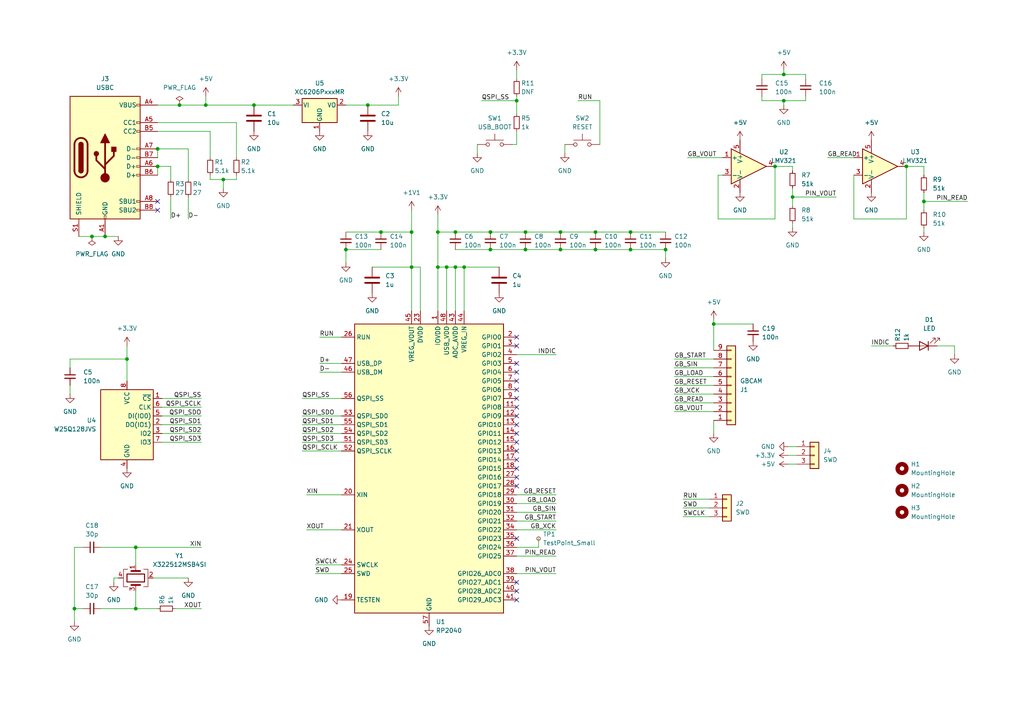
<source format=kicad_sch>
(kicad_sch (version 20230121) (generator eeschema)
  (paper "A4")
  (lib_symbols
    (symbol "Amplifier_Operational:LMV321" (pin_names (offset 0.127))
      (property "Reference" "U" (at 0 5.08 0))
      (property "Value" "LMV321" (at 0 -5.08 0))
      (symbol "LMV321_0_1"
        (polyline (pts (xy -5.08 5.08) (xy 5.08 0) (xy -5.08 -5.08) (xy -5.08 5.08)) (stroke (width 0.254)) (fill (type background)))
        (pin power_in line (at -2.54 -7.62 90) (length 3.81) (name "V-") (number "2"))
        (pin power_in line (at -2.54 7.62 270) (length 3.81) (name "V+") (number "5"))
      )
      (symbol "LMV321_1_1"
        (pin input line (at -7.62 2.54 0) (length 2.54) (name "+") (number "1"))
        (pin input line (at -7.62 -2.54 0) (length 2.54) (name "-") (number "3"))
        (pin output line (at 7.62 0 180) (length 2.54) (name "~") (number "4"))
      )
    )
    (symbol "Connector:TestPoint_Small" (pin_numbers hide) (pin_names (offset 0.762) hide)
      (property "Reference" "TP" (at 0 3.81 0))
      (property "Value" "TestPoint_Small" (at 0 2.032 0))
      (symbol "TestPoint_Small_0_1"
        (circle (center 0 0) (radius 0.508))
      )
      (symbol "TestPoint_Small_1_1"
        (pin passive line (at 0 0 90) (length 0) (name "1") (number "1"))
      )
    )
    (symbol "Connector:USB_C_Receptacle_USB2.0" (pin_names (offset 1.016))
      (property "Reference" "J" (at -10.16 19.05 0))
      (property "Value" "USB_C_Receptacle_USB2.0" (at 19.05 19.05 0))
      (symbol "USB_C_Receptacle_USB2.0_0_0"
        (rectangle (start -0.254 -17.78) (end 0.254 -16.764))
        (rectangle (start 10.16 -14.986) (end 9.144 -15.494))
        (rectangle (start 10.16 -12.446) (end 9.144 -12.954))
        (rectangle (start 10.16 -4.826) (end 9.144 -5.334))
        (rectangle (start 10.16 -2.286) (end 9.144 -2.794))
        (rectangle (start 10.16 0.254) (end 9.144 -0.254))
        (rectangle (start 10.16 2.794) (end 9.144 2.286))
        (rectangle (start 10.16 7.874) (end 9.144 7.366))
        (rectangle (start 10.16 10.414) (end 9.144 9.906))
        (rectangle (start 10.16 15.494) (end 9.144 14.986))
      )
      (symbol "USB_C_Receptacle_USB2.0_0_1"
        (rectangle (start -10.16 17.78) (end 10.16 -17.78) (stroke (width 0.254)) (fill (type background)))
        (arc (start -8.89 -3.81) (mid -6.985 -5.7067) (end -5.08 -3.81) (stroke (width 0.508)))
        (arc (start -7.62 -3.81) (mid -6.985 -4.4423) (end -6.35 -3.81) (stroke (width 0.254)))
        (arc (start -7.62 -3.81) (mid -6.985 -4.4423) (end -6.35 -3.81) (stroke (width 0.254)) (fill (type outline)))
        (rectangle (start -7.62 -3.81) (end -6.35 3.81) (stroke (width 0.254)) (fill (type outline)))
        (arc (start -6.35 3.81) (mid -6.985 4.4423) (end -7.62 3.81) (stroke (width 0.254)))
        (arc (start -6.35 3.81) (mid -6.985 4.4423) (end -7.62 3.81) (stroke (width 0.254)) (fill (type outline)))
        (arc (start -5.08 3.81) (mid -6.985 5.7067) (end -8.89 3.81) (stroke (width 0.508)))
        (circle (center -2.54 1.143) (radius 0.635) (stroke (width 0.254)) (fill (type outline)))
        (circle (center 0 -5.842) (radius 1.27) (fill (type outline)))
        (polyline (pts (xy -8.89 -3.81) (xy -8.89 3.81)) (stroke (width 0.508)))
        (polyline (pts (xy -5.08 3.81) (xy -5.08 -3.81)) (stroke (width 0.508)))
        (polyline (pts (xy 0 -5.842) (xy 0 4.318)) (stroke (width 0.508)))
        (polyline (pts (xy 0 -3.302) (xy -2.54 -0.762) (xy -2.54 0.508)) (stroke (width 0.508)))
        (polyline (pts (xy 0 -2.032) (xy 2.54 0.508) (xy 2.54 1.778)) (stroke (width 0.508)))
        (polyline (pts (xy -1.27 4.318) (xy 0 6.858) (xy 1.27 4.318) (xy -1.27 4.318)) (stroke (width 0.254)) (fill (type outline)))
        (rectangle (start 1.905 1.778) (end 3.175 3.048) (stroke (width 0.254)) (fill (type outline)))
      )
      (symbol "USB_C_Receptacle_USB2.0_1_1"
        (pin passive line (at 0 -22.86 90) (length 5.08) (name "GND") (number "A1"))
        (pin passive line (at 0 -22.86 90) (length 5.08) hide (name "GND") (number "A12"))
        (pin passive line (at 15.24 15.24 180) (length 5.08) (name "VBUS") (number "A4"))
        (pin bidirectional line (at 15.24 10.16 180) (length 5.08) (name "CC1") (number "A5"))
        (pin bidirectional line (at 15.24 -2.54 180) (length 5.08) (name "D+") (number "A6"))
        (pin bidirectional line (at 15.24 2.54 180) (length 5.08) (name "D-") (number "A7"))
        (pin bidirectional line (at 15.24 -12.7 180) (length 5.08) (name "SBU1") (number "A8"))
        (pin passive line (at 15.24 15.24 180) (length 5.08) hide (name "VBUS") (number "A9"))
        (pin passive line (at 0 -22.86 90) (length 5.08) hide (name "GND") (number "B1"))
        (pin passive line (at 0 -22.86 90) (length 5.08) hide (name "GND") (number "B12"))
        (pin passive line (at 15.24 15.24 180) (length 5.08) hide (name "VBUS") (number "B4"))
        (pin bidirectional line (at 15.24 7.62 180) (length 5.08) (name "CC2") (number "B5"))
        (pin bidirectional line (at 15.24 -5.08 180) (length 5.08) (name "D+") (number "B6"))
        (pin bidirectional line (at 15.24 0 180) (length 5.08) (name "D-") (number "B7"))
        (pin bidirectional line (at 15.24 -15.24 180) (length 5.08) (name "SBU2") (number "B8"))
        (pin passive line (at 15.24 15.24 180) (length 5.08) hide (name "VBUS") (number "B9"))
        (pin passive line (at -7.62 -22.86 90) (length 5.08) (name "SHIELD") (number "S1"))
      )
    )
    (symbol "Connector_Generic:Conn_01x03" (pin_names (offset 1.016) hide)
      (property "Reference" "J" (at 0 5.08 0))
      (property "Value" "Conn_01x03" (at 0 -5.08 0))
      (symbol "Conn_01x03_1_1"
        (rectangle (start -1.27 -2.413) (end 0 -2.667) (stroke (width 0.1524)))
        (rectangle (start -1.27 0.127) (end 0 -0.127) (stroke (width 0.1524)))
        (rectangle (start -1.27 2.667) (end 0 2.413) (stroke (width 0.1524)))
        (rectangle (start -1.27 3.81) (end 1.27 -3.81) (stroke (width 0.254)) (fill (type background)))
        (pin passive line (at -5.08 2.54 0) (length 3.81) (name "Pin_1") (number "1"))
        (pin passive line (at -5.08 0 0) (length 3.81) (name "Pin_2") (number "2"))
        (pin passive line (at -5.08 -2.54 0) (length 3.81) (name "Pin_3") (number "3"))
      )
    )
    (symbol "Connector_Generic:Conn_01x09" (pin_names (offset 1.016) hide)
      (property "Reference" "J" (at 0 12.7 0))
      (property "Value" "Conn_01x09" (at 0 -12.7 0))
      (symbol "Conn_01x09_1_1"
        (rectangle (start -1.27 -10.033) (end 0 -10.287) (stroke (width 0.1524)))
        (rectangle (start -1.27 -7.493) (end 0 -7.747) (stroke (width 0.1524)))
        (rectangle (start -1.27 -4.953) (end 0 -5.207) (stroke (width 0.1524)))
        (rectangle (start -1.27 -2.413) (end 0 -2.667) (stroke (width 0.1524)))
        (rectangle (start -1.27 0.127) (end 0 -0.127) (stroke (width 0.1524)))
        (rectangle (start -1.27 2.667) (end 0 2.413) (stroke (width 0.1524)))
        (rectangle (start -1.27 5.207) (end 0 4.953) (stroke (width 0.1524)))
        (rectangle (start -1.27 7.747) (end 0 7.493) (stroke (width 0.1524)))
        (rectangle (start -1.27 10.287) (end 0 10.033) (stroke (width 0.1524)))
        (rectangle (start -1.27 11.43) (end 1.27 -11.43) (stroke (width 0.254)) (fill (type background)))
        (pin passive line (at -5.08 10.16 0) (length 3.81) (name "Pin_1") (number "1"))
        (pin passive line (at -5.08 7.62 0) (length 3.81) (name "Pin_2") (number "2"))
        (pin passive line (at -5.08 5.08 0) (length 3.81) (name "Pin_3") (number "3"))
        (pin passive line (at -5.08 2.54 0) (length 3.81) (name "Pin_4") (number "4"))
        (pin passive line (at -5.08 0 0) (length 3.81) (name "Pin_5") (number "5"))
        (pin passive line (at -5.08 -2.54 0) (length 3.81) (name "Pin_6") (number "6"))
        (pin passive line (at -5.08 -5.08 0) (length 3.81) (name "Pin_7") (number "7"))
        (pin passive line (at -5.08 -7.62 0) (length 3.81) (name "Pin_8") (number "8"))
        (pin passive line (at -5.08 -10.16 0) (length 3.81) (name "Pin_9") (number "9"))
      )
    )
    (symbol "Device:C" (pin_numbers hide) (pin_names (offset 0.254))
      (property "Reference" "C" (at 0.635 2.54 0))
      (property "Value" "C" (at 0.635 -2.54 0))
      (symbol "C_0_1"
        (polyline (pts (xy -2.032 -0.762) (xy 2.032 -0.762)) (stroke (width 0.508)))
        (polyline (pts (xy -2.032 0.762) (xy 2.032 0.762)) (stroke (width 0.508)))
      )
      (symbol "C_1_1"
        (pin passive line (at 0 3.81 270) (length 2.794) (name "~") (number "1"))
        (pin passive line (at 0 -3.81 90) (length 2.794) (name "~") (number "2"))
      )
    )
    (symbol "Device:C_Small" (pin_numbers hide) (pin_names (offset 0.254) hide)
      (property "Reference" "C" (at 0.254 1.778 0))
      (property "Value" "C_Small" (at 0.254 -2.032 0))
      (symbol "C_Small_0_1"
        (polyline (pts (xy -1.524 -0.508) (xy 1.524 -0.508)) (stroke (width 0.3302)))
        (polyline (pts (xy -1.524 0.508) (xy 1.524 0.508)) (stroke (width 0.3048)))
      )
      (symbol "C_Small_1_1"
        (pin passive line (at 0 2.54 270) (length 2.032) (name "~") (number "1"))
        (pin passive line (at 0 -2.54 90) (length 2.032) (name "~") (number "2"))
      )
    )
    (symbol "Device:Crystal_GND24" (pin_names (offset 1.016) hide)
      (property "Reference" "Y" (at 3.175 5.08 0))
      (property "Value" "Crystal_GND24" (at 3.175 3.175 0))
      (symbol "Crystal_GND24_0_1"
        (rectangle (start -1.143 2.54) (end 1.143 -2.54) (stroke (width 0.3048)))
        (polyline (pts (xy -2.54 0) (xy -2.032 0)))
        (polyline (pts (xy -2.032 -1.27) (xy -2.032 1.27)) (stroke (width 0.508)))
        (polyline (pts (xy 0 -3.81) (xy 0 -3.556)))
        (polyline (pts (xy 0 3.556) (xy 0 3.81)))
        (polyline (pts (xy 2.032 -1.27) (xy 2.032 1.27)) (stroke (width 0.508)))
        (polyline (pts (xy 2.032 0) (xy 2.54 0)))
        (polyline (pts (xy -2.54 -2.286) (xy -2.54 -3.556) (xy 2.54 -3.556) (xy 2.54 -2.286)))
        (polyline (pts (xy -2.54 2.286) (xy -2.54 3.556) (xy 2.54 3.556) (xy 2.54 2.286)))
      )
      (symbol "Crystal_GND24_1_1"
        (pin passive line (at -3.81 0 0) (length 1.27) (name "1") (number "1"))
        (pin passive line (at 0 5.08 270) (length 1.27) (name "2") (number "2"))
        (pin passive line (at 3.81 0 180) (length 1.27) (name "3") (number "3"))
        (pin passive line (at 0 -5.08 90) (length 1.27) (name "4") (number "4"))
      )
    )
    (symbol "Device:LED" (pin_numbers hide) (pin_names (offset 1.016) hide)
      (property "Reference" "D" (at 0 2.54 0))
      (property "Value" "LED" (at 0 -2.54 0))
      (symbol "LED_0_1"
        (polyline (pts (xy -1.27 -1.27) (xy -1.27 1.27)) (stroke (width 0.254)))
        (polyline (pts (xy -1.27 0) (xy 1.27 0)))
        (polyline (pts (xy 1.27 -1.27) (xy 1.27 1.27) (xy -1.27 0) (xy 1.27 -1.27)) (stroke (width 0.254)))
        (polyline (pts (xy -3.048 -0.762) (xy -4.572 -2.286) (xy -3.81 -2.286) (xy -4.572 -2.286) (xy -4.572 -1.524)))
        (polyline (pts (xy -1.778 -0.762) (xy -3.302 -2.286) (xy -2.54 -2.286) (xy -3.302 -2.286) (xy -3.302 -1.524)))
      )
      (symbol "LED_1_1"
        (pin passive line (at -3.81 0 0) (length 2.54) (name "K") (number "1"))
        (pin passive line (at 3.81 0 180) (length 2.54) (name "A") (number "2"))
      )
    )
    (symbol "Device:R_Small" (pin_numbers hide) (pin_names (offset 0.254) hide)
      (property "Reference" "R" (at 0.762 0.508 0))
      (property "Value" "R_Small" (at 0.762 -1.016 0))
      (symbol "R_Small_0_1"
        (rectangle (start -0.762 1.778) (end 0.762 -1.778) (stroke (width 0.2032)))
      )
      (symbol "R_Small_1_1"
        (pin passive line (at 0 2.54 270) (length 0.762) (name "~") (number "1"))
        (pin passive line (at 0 -2.54 90) (length 0.762) (name "~") (number "2"))
      )
    )
    (symbol "MCU_RaspberryPi:RP2040"
      (property "Reference" "U" (at 17.78 45.72 0))
      (property "Value" "RP2040" (at 17.78 43.18 0))
      (symbol "RP2040_0_1"
        (rectangle (start -21.59 41.91) (end 21.59 -41.91) (stroke (width 0.254)) (fill (type background)))
      )
      (symbol "RP2040_1_1"
        (pin power_in line (at 2.54 45.72 270) (length 3.81) (name "IOVDD") (number "1"))
        (pin passive line (at 2.54 45.72 270) (length 3.81) hide (name "IOVDD") (number "10"))
        (pin bidirectional line (at 25.4 17.78 180) (length 3.81) (name "GPIO8") (number "11"))
        (pin bidirectional line (at 25.4 15.24 180) (length 3.81) (name "GPIO9") (number "12"))
        (pin bidirectional line (at 25.4 12.7 180) (length 3.81) (name "GPIO10") (number "13"))
        (pin bidirectional line (at 25.4 10.16 180) (length 3.81) (name "GPIO11") (number "14"))
        (pin bidirectional line (at 25.4 7.62 180) (length 3.81) (name "GPIO12") (number "15"))
        (pin bidirectional line (at 25.4 5.08 180) (length 3.81) (name "GPIO13") (number "16"))
        (pin bidirectional line (at 25.4 2.54 180) (length 3.81) (name "GPIO14") (number "17"))
        (pin bidirectional line (at 25.4 0 180) (length 3.81) (name "GPIO15") (number "18"))
        (pin input line (at -25.4 -38.1 0) (length 3.81) (name "TESTEN") (number "19"))
        (pin bidirectional line (at 25.4 38.1 180) (length 3.81) (name "GPIO0") (number "2"))
        (pin input line (at -25.4 -7.62 0) (length 3.81) (name "XIN") (number "20"))
        (pin passive line (at -25.4 -17.78 0) (length 3.81) (name "XOUT") (number "21"))
        (pin passive line (at 2.54 45.72 270) (length 3.81) hide (name "IOVDD") (number "22"))
        (pin power_in line (at -2.54 45.72 270) (length 3.81) (name "DVDD") (number "23"))
        (pin input line (at -25.4 -27.94 0) (length 3.81) (name "SWCLK") (number "24"))
        (pin bidirectional line (at -25.4 -30.48 0) (length 3.81) (name "SWD") (number "25"))
        (pin input line (at -25.4 38.1 0) (length 3.81) (name "RUN") (number "26"))
        (pin bidirectional line (at 25.4 -2.54 180) (length 3.81) (name "GPIO16") (number "27"))
        (pin bidirectional line (at 25.4 -5.08 180) (length 3.81) (name "GPIO17") (number "28"))
        (pin bidirectional line (at 25.4 -7.62 180) (length 3.81) (name "GPIO18") (number "29"))
        (pin bidirectional line (at 25.4 35.56 180) (length 3.81) (name "GPIO1") (number "3"))
        (pin bidirectional line (at 25.4 -10.16 180) (length 3.81) (name "GPIO19") (number "30"))
        (pin bidirectional line (at 25.4 -12.7 180) (length 3.81) (name "GPIO20") (number "31"))
        (pin bidirectional line (at 25.4 -15.24 180) (length 3.81) (name "GPIO21") (number "32"))
        (pin passive line (at 2.54 45.72 270) (length 3.81) hide (name "IOVDD") (number "33"))
        (pin bidirectional line (at 25.4 -17.78 180) (length 3.81) (name "GPIO22") (number "34"))
        (pin bidirectional line (at 25.4 -20.32 180) (length 3.81) (name "GPIO23") (number "35"))
        (pin bidirectional line (at 25.4 -22.86 180) (length 3.81) (name "GPIO24") (number "36"))
        (pin bidirectional line (at 25.4 -25.4 180) (length 3.81) (name "GPIO25") (number "37"))
        (pin bidirectional line (at 25.4 -30.48 180) (length 3.81) (name "GPIO26_ADC0") (number "38"))
        (pin bidirectional line (at 25.4 -33.02 180) (length 3.81) (name "GPIO27_ADC1") (number "39"))
        (pin bidirectional line (at 25.4 33.02 180) (length 3.81) (name "GPIO2") (number "4"))
        (pin bidirectional line (at 25.4 -35.56 180) (length 3.81) (name "GPIO28_ADC2") (number "40"))
        (pin bidirectional line (at 25.4 -38.1 180) (length 3.81) (name "GPIO29_ADC3") (number "41"))
        (pin passive line (at 2.54 45.72 270) (length 3.81) hide (name "IOVDD") (number "42"))
        (pin power_in line (at 7.62 45.72 270) (length 3.81) (name "ADC_AVDD") (number "43"))
        (pin power_in line (at 10.16 45.72 270) (length 3.81) (name "VREG_IN") (number "44"))
        (pin power_out line (at -5.08 45.72 270) (length 3.81) (name "VREG_VOUT") (number "45"))
        (pin bidirectional line (at -25.4 27.94 0) (length 3.81) (name "USB_DM") (number "46"))
        (pin bidirectional line (at -25.4 30.48 0) (length 3.81) (name "USB_DP") (number "47"))
        (pin power_in line (at 5.08 45.72 270) (length 3.81) (name "USB_VDD") (number "48"))
        (pin passive line (at 2.54 45.72 270) (length 3.81) hide (name "IOVDD") (number "49"))
        (pin bidirectional line (at 25.4 30.48 180) (length 3.81) (name "GPIO3") (number "5"))
        (pin passive line (at -2.54 45.72 270) (length 3.81) hide (name "DVDD") (number "50"))
        (pin bidirectional line (at -25.4 7.62 0) (length 3.81) (name "QSPI_SD3") (number "51"))
        (pin output line (at -25.4 5.08 0) (length 3.81) (name "QSPI_SCLK") (number "52"))
        (pin bidirectional line (at -25.4 15.24 0) (length 3.81) (name "QSPI_SD0") (number "53"))
        (pin bidirectional line (at -25.4 10.16 0) (length 3.81) (name "QSPI_SD2") (number "54"))
        (pin bidirectional line (at -25.4 12.7 0) (length 3.81) (name "QSPI_SD1") (number "55"))
        (pin bidirectional line (at -25.4 20.32 0) (length 3.81) (name "QSPI_SS") (number "56"))
        (pin power_in line (at 0 -45.72 90) (length 3.81) (name "GND") (number "57"))
        (pin bidirectional line (at 25.4 27.94 180) (length 3.81) (name "GPIO4") (number "6"))
        (pin bidirectional line (at 25.4 25.4 180) (length 3.81) (name "GPIO5") (number "7"))
        (pin bidirectional line (at 25.4 22.86 180) (length 3.81) (name "GPIO6") (number "8"))
        (pin bidirectional line (at 25.4 20.32 180) (length 3.81) (name "GPIO7") (number "9"))
      )
    )
    (symbol "Mechanical:MountingHole" (pin_names (offset 1.016))
      (property "Reference" "H" (at 0 5.08 0))
      (property "Value" "MountingHole" (at 0 3.175 0))
      (symbol "MountingHole_0_1"
        (circle (center 0 0) (radius 1.27) (stroke (width 1.27)))
      )
    )
    (symbol "Memory_Flash:W25Q128JVS"
      (property "Reference" "U" (at -8.89 8.89 0))
      (property "Value" "W25Q128JVS" (at 7.62 8.89 0))
      (symbol "W25Q128JVS_0_1"
        (rectangle (start -7.62 10.16) (end 7.62 -10.16) (stroke (width 0.254)) (fill (type background)))
      )
      (symbol "W25Q128JVS_1_1"
        (pin input line (at -10.16 7.62 0) (length 2.54) (name "~{CS}") (number "1"))
        (pin bidirectional line (at -10.16 0 0) (length 2.54) (name "DO(IO1)") (number "2"))
        (pin bidirectional line (at -10.16 -2.54 0) (length 2.54) (name "IO2") (number "3"))
        (pin power_in line (at 0 -12.7 90) (length 2.54) (name "GND") (number "4"))
        (pin bidirectional line (at -10.16 2.54 0) (length 2.54) (name "DI(IO0)") (number "5"))
        (pin input line (at -10.16 5.08 0) (length 2.54) (name "CLK") (number "6"))
        (pin bidirectional line (at -10.16 -5.08 0) (length 2.54) (name "IO3") (number "7"))
        (pin power_in line (at 0 12.7 270) (length 2.54) (name "VCC") (number "8"))
      )
    )
    (symbol "Regulator_Linear:XC6206PxxxMR" (pin_names (offset 0.254))
      (property "Reference" "U" (at -3.81 3.175 0))
      (property "Value" "XC6206PxxxMR" (at 0 3.175 0))
      (symbol "XC6206PxxxMR_0_1"
        (rectangle (start -5.08 1.905) (end 5.08 -5.08) (stroke (width 0.254)) (fill (type background)))
      )
      (symbol "XC6206PxxxMR_1_1"
        (pin power_in line (at 0 -7.62 90) (length 2.54) (name "GND") (number "1"))
        (pin power_out line (at 7.62 0 180) (length 2.54) (name "VO") (number "2"))
        (pin power_in line (at -7.62 0 0) (length 2.54) (name "VI") (number "3"))
      )
    )
    (symbol "Switch:SW_Push" (pin_numbers hide) (pin_names (offset 1.016) hide)
      (property "Reference" "SW" (at 1.27 2.54 0))
      (property "Value" "SW_Push" (at 0 -1.524 0))
      (symbol "SW_Push_0_1"
        (circle (center -2.032 0) (radius 0.508))
        (polyline (pts (xy 0 1.27) (xy 0 3.048)))
        (polyline (pts (xy 2.54 1.27) (xy -2.54 1.27)))
        (circle (center 2.032 0) (radius 0.508))
        (pin passive line (at -5.08 0 0) (length 2.54) (name "1") (number "1"))
        (pin passive line (at 5.08 0 180) (length 2.54) (name "2") (number "2"))
      )
    )
    (symbol "power:+1V1" (power) (pin_names (offset 0))
      (property "Value" "+1V1" (at 0 3.556 0))
      (symbol "+1V1_0_1"
        (polyline (pts (xy -0.762 1.27) (xy 0 2.54)))
        (polyline (pts (xy 0 0) (xy 0 2.54)))
        (polyline (pts (xy 0 2.54) (xy 0.762 1.27)))
      )
      (symbol "+1V1_1_1"
        (pin power_in line (at 0 0 90) (length 0) hide (name "+1V1") (number "1"))
      )
    )
    (symbol "power:+3.3V" (power) (pin_names (offset 0))
      (property "Value" "+3.3V" (at 0 3.556 0))
      (symbol "+3.3V_0_1"
        (polyline (pts (xy -0.762 1.27) (xy 0 2.54)))
        (polyline (pts (xy 0 0) (xy 0 2.54)))
        (polyline (pts (xy 0 2.54) (xy 0.762 1.27)))
      )
      (symbol "+3.3V_1_1"
        (pin power_in line (at 0 0 90) (length 0) hide (name "+3.3V") (number "1"))
      )
    )
    (symbol "power:+5V" (power) (pin_names (offset 0))
      (property "Value" "+5V" (at 0 3.556 0))
      (symbol "+5V_0_1"
        (polyline (pts (xy -0.762 1.27) (xy 0 2.54)))
        (polyline (pts (xy 0 0) (xy 0 2.54)))
        (polyline (pts (xy 0 2.54) (xy 0.762 1.27)))
      )
      (symbol "+5V_1_1"
        (pin power_in line (at 0 0 90) (length 0) hide (name "+5V") (number "1"))
      )
    )
    (symbol "power:GND" (power) (pin_names (offset 0))
      (property "Value" "GND" (at 0 -3.81 0))
      (symbol "GND_0_1"
        (polyline (pts (xy 0 0) (xy 0 -1.27) (xy 1.27 -1.27) (xy 0 -2.54) (xy -1.27 -1.27) (xy 0 -1.27)))
      )
      (symbol "GND_1_1"
        (pin power_in line (at 0 0 270) (length 0) hide (name "GND") (number "1"))
      )
    )
    (symbol "power:PWR_FLAG" (power) (pin_numbers hide) (pin_names (offset 0) hide)
      (property "Value" "PWR_FLAG" (at 0 3.81 0))
      (symbol "PWR_FLAG_0_0"
        (pin power_out line (at 0 0 90) (length 0) (name "pwr") (number "1"))
      )
      (symbol "PWR_FLAG_0_1"
        (polyline (pts (xy 0 0) (xy 0 1.27) (xy -1.016 1.905) (xy 0 2.54) (xy 1.016 1.905) (xy 0 1.27)))
      )
    )
  )
  (junction (at 172.72 67.31))
  (junction (at 132.08 77.47))
  (junction (at 224.79 48.26))
  (junction (at 110.49 67.31))
  (junction (at 119.38 77.47))
  (junction (at 162.56 67.31))
  (junction (at 262.89 48.26))
  (junction (at 45.72 43.18))
  (junction (at 129.54 77.47))
  (junction (at 142.24 72.39))
  (junction (at 100.33 72.39))
  (junction (at 132.08 67.31))
  (junction (at 152.4 67.31))
  (junction (at 172.72 72.39))
  (junction (at 162.56 72.39))
  (junction (at 149.86 29.21))
  (junction (at 26.67 68.58))
  (junction (at 127 77.47))
  (junction (at 21.59 176.53))
  (junction (at 39.37 176.53))
  (junction (at 106.68 30.48))
  (junction (at 267.97 58.42))
  (junction (at 182.88 72.39))
  (junction (at 52.07 30.48))
  (junction (at 152.4 72.39))
  (junction (at 193.04 72.39))
  (junction (at 64.77 52.07))
  (junction (at 45.72 48.26))
  (junction (at 134.62 77.47))
  (junction (at 36.83 104.14))
  (junction (at 207.01 93.98))
  (junction (at 142.24 67.31))
  (junction (at 182.88 67.31))
  (junction (at 127 67.31))
  (junction (at 229.87 57.15))
  (junction (at 119.38 67.31))
  (junction (at 73.66 30.48))
  (junction (at 30.48 68.58))
  (junction (at 39.37 158.75))
  (junction (at 227.33 29.21))
  (junction (at 227.33 21.59))
  (junction (at 59.69 30.48))
  (no_connect (at 149.86 115.57))
  (no_connect (at 149.86 118.11))
  (no_connect (at 149.86 123.19))
  (no_connect (at 45.72 58.42))
  (no_connect (at 149.86 125.73))
  (no_connect (at 149.86 133.35))
  (no_connect (at 149.86 128.27))
  (no_connect (at 149.86 156.21))
  (no_connect (at 149.86 130.81))
  (no_connect (at 149.86 168.91))
  (no_connect (at 149.86 120.65))
  (no_connect (at 149.86 105.41))
  (no_connect (at 149.86 97.79))
  (no_connect (at 149.86 113.03))
  (no_connect (at 149.86 107.95))
  (no_connect (at 149.86 135.89))
  (no_connect (at 149.86 173.99))
  (no_connect (at 149.86 140.97))
  (no_connect (at 45.72 60.96))
  (no_connect (at 149.86 171.45))
  (no_connect (at 149.86 110.49))
  (no_connect (at 149.86 100.33))
  (no_connect (at 149.86 138.43))
  (wire (pts (xy 24.13 158.75) (xy 21.59 158.75)))
  (wire (pts (xy 149.86 153.67) (xy 161.29 153.67)))
  (wire (pts (xy 106.68 30.48) (xy 100.33 30.48)))
  (wire (pts (xy 262.89 48.26) (xy 262.89 63.5)))
  (wire (pts (xy 134.62 77.47) (xy 134.62 90.17)))
  (wire (pts (xy 46.99 125.73) (xy 58.42 125.73)))
  (wire (pts (xy 64.77 52.07) (xy 64.77 54.61)))
  (wire (pts (xy 132.08 77.47) (xy 134.62 77.47)))
  (wire (pts (xy 240.03 45.72) (xy 247.65 45.72)))
  (wire (pts (xy 132.08 77.47) (xy 132.08 90.17)))
  (wire (pts (xy 198.12 144.78) (xy 205.74 144.78)))
  (wire (pts (xy 220.98 21.59) (xy 220.98 22.86)))
  (wire (pts (xy 45.72 48.26) (xy 49.53 48.26)))
  (wire (pts (xy 220.98 21.59) (xy 227.33 21.59)))
  (wire (pts (xy 228.6 129.54) (xy 231.14 129.54)))
  (wire (pts (xy 54.61 57.15) (xy 54.61 63.5)))
  (wire (pts (xy 149.86 38.1) (xy 149.86 41.91)))
  (wire (pts (xy 227.33 21.59) (xy 233.68 21.59)))
  (wire (pts (xy 87.63 128.27) (xy 99.06 128.27)))
  (wire (pts (xy 119.38 77.47) (xy 107.95 77.47)))
  (wire (pts (xy 224.79 48.26) (xy 224.79 63.5)))
  (wire (pts (xy 21.59 180.34) (xy 21.59 176.53)))
  (wire (pts (xy 110.49 67.31) (xy 119.38 67.31)))
  (wire (pts (xy 172.72 67.31) (xy 182.88 67.31)))
  (wire (pts (xy 271.78 100.33) (xy 276.86 100.33)))
  (wire (pts (xy 267.97 66.04) (xy 267.97 67.31)))
  (wire (pts (xy 20.32 111.76) (xy 20.32 114.3)))
  (wire (pts (xy 149.86 166.37) (xy 161.29 166.37)))
  (wire (pts (xy 267.97 58.42) (xy 267.97 60.96)))
  (wire (pts (xy 21.59 176.53) (xy 24.13 176.53)))
  (wire (pts (xy 68.58 52.07) (xy 68.58 50.8)))
  (wire (pts (xy 87.63 115.57) (xy 99.06 115.57)))
  (wire (pts (xy 149.86 148.59) (xy 161.29 148.59)))
  (wire (pts (xy 224.79 48.26) (xy 229.87 48.26)))
  (wire (pts (xy 149.86 20.32) (xy 149.86 22.86)))
  (wire (pts (xy 119.38 60.96) (xy 119.38 67.31)))
  (wire (pts (xy 45.72 38.1) (xy 60.96 38.1)))
  (wire (pts (xy 127 77.47) (xy 127 67.31)))
  (wire (pts (xy 162.56 72.39) (xy 172.72 72.39)))
  (wire (pts (xy 30.48 68.58) (xy 34.29 68.58)))
  (wire (pts (xy 172.72 72.39) (xy 182.88 72.39)))
  (wire (pts (xy 195.58 106.68) (xy 207.01 106.68)))
  (wire (pts (xy 252.73 100.33) (xy 259.08 100.33)))
  (wire (pts (xy 39.37 158.75) (xy 29.21 158.75)))
  (wire (pts (xy 92.71 105.41) (xy 99.06 105.41)))
  (wire (pts (xy 36.83 104.14) (xy 36.83 110.49)))
  (wire (pts (xy 45.72 43.18) (xy 54.61 43.18)))
  (wire (pts (xy 45.72 43.18) (xy 45.72 45.72)))
  (wire (pts (xy 198.12 147.32) (xy 205.74 147.32)))
  (wire (pts (xy 220.98 29.21) (xy 227.33 29.21)))
  (wire (pts (xy 193.04 74.93) (xy 193.04 72.39)))
  (wire (pts (xy 49.53 57.15) (xy 49.53 63.5)))
  (wire (pts (xy 92.71 107.95) (xy 99.06 107.95)))
  (wire (pts (xy 91.44 163.83) (xy 99.06 163.83)))
  (wire (pts (xy 220.98 29.21) (xy 220.98 27.94)))
  (wire (pts (xy 64.77 52.07) (xy 68.58 52.07)))
  (wire (pts (xy 142.24 72.39) (xy 152.4 72.39)))
  (wire (pts (xy 167.64 29.21) (xy 173.99 29.21)))
  (wire (pts (xy 52.07 30.48) (xy 59.69 30.48)))
  (wire (pts (xy 26.67 68.58) (xy 30.48 68.58)))
  (wire (pts (xy 149.86 151.13) (xy 161.29 151.13)))
  (wire (pts (xy 115.57 27.94) (xy 115.57 30.48)))
  (wire (pts (xy 46.99 128.27) (xy 58.42 128.27)))
  (wire (pts (xy 22.86 68.58) (xy 26.67 68.58)))
  (wire (pts (xy 21.59 158.75) (xy 21.59 176.53)))
  (wire (pts (xy 173.99 29.21) (xy 173.99 41.91)))
  (wire (pts (xy 60.96 52.07) (xy 60.96 50.8)))
  (wire (pts (xy 119.38 77.47) (xy 119.38 90.17)))
  (wire (pts (xy 267.97 55.88) (xy 267.97 58.42)))
  (wire (pts (xy 182.88 67.31) (xy 193.04 67.31)))
  (wire (pts (xy 134.62 77.47) (xy 144.78 77.47)))
  (wire (pts (xy 36.83 104.14) (xy 20.32 104.14)))
  (wire (pts (xy 50.8 176.53) (xy 58.42 176.53)))
  (wire (pts (xy 280.67 58.42) (xy 267.97 58.42)))
  (wire (pts (xy 208.28 63.5) (xy 208.28 50.8)))
  (wire (pts (xy 195.58 119.38) (xy 207.01 119.38)))
  (wire (pts (xy 36.83 100.33) (xy 36.83 104.14)))
  (wire (pts (xy 228.6 134.62) (xy 231.14 134.62)))
  (wire (pts (xy 227.33 29.21) (xy 233.68 29.21)))
  (wire (pts (xy 39.37 171.45) (xy 39.37 176.53)))
  (wire (pts (xy 39.37 176.53) (xy 29.21 176.53)))
  (wire (pts (xy 224.79 63.5) (xy 208.28 63.5)))
  (wire (pts (xy 46.99 115.57) (xy 58.42 115.57)))
  (wire (pts (xy 195.58 104.14) (xy 207.01 104.14)))
  (wire (pts (xy 149.86 158.75) (xy 156.21 158.75)))
  (wire (pts (xy 33.02 167.64) (xy 34.29 167.64)))
  (wire (pts (xy 242.57 57.15) (xy 229.87 57.15)))
  (wire (pts (xy 208.28 50.8) (xy 209.55 50.8)))
  (wire (pts (xy 87.63 123.19) (xy 99.06 123.19)))
  (wire (pts (xy 233.68 21.59) (xy 233.68 22.86)))
  (wire (pts (xy 267.97 48.26) (xy 262.89 48.26)))
  (wire (pts (xy 91.44 166.37) (xy 99.06 166.37)))
  (wire (pts (xy 119.38 77.47) (xy 121.92 77.47)))
  (wire (pts (xy 229.87 57.15) (xy 229.87 59.69)))
  (wire (pts (xy 119.38 67.31) (xy 119.38 77.47)))
  (wire (pts (xy 59.69 30.48) (xy 73.66 30.48)))
  (wire (pts (xy 276.86 100.33) (xy 276.86 102.87)))
  (wire (pts (xy 54.61 43.18) (xy 54.61 52.07)))
  (wire (pts (xy 227.33 20.32) (xy 227.33 21.59)))
  (wire (pts (xy 45.72 48.26) (xy 45.72 50.8)))
  (wire (pts (xy 207.01 93.98) (xy 207.01 101.6)))
  (wire (pts (xy 229.87 64.77) (xy 229.87 66.04)))
  (wire (pts (xy 199.39 45.72) (xy 209.55 45.72)))
  (wire (pts (xy 229.87 48.26) (xy 229.87 49.53)))
  (wire (pts (xy 162.56 67.31) (xy 172.72 67.31)))
  (wire (pts (xy 59.69 27.94) (xy 59.69 30.48)))
  (wire (pts (xy 92.71 97.79) (xy 99.06 97.79)))
  (wire (pts (xy 129.54 77.47) (xy 132.08 77.47)))
  (wire (pts (xy 132.08 67.31) (xy 142.24 67.31)))
  (wire (pts (xy 156.21 158.75) (xy 156.21 156.21)))
  (wire (pts (xy 127 77.47) (xy 129.54 77.47)))
  (wire (pts (xy 73.66 30.48) (xy 85.09 30.48)))
  (wire (pts (xy 87.63 125.73) (xy 99.06 125.73)))
  (wire (pts (xy 233.68 29.21) (xy 233.68 27.94)))
  (wire (pts (xy 149.86 143.51) (xy 161.29 143.51)))
  (wire (pts (xy 138.43 41.91) (xy 138.43 44.45)))
  (wire (pts (xy 149.86 29.21) (xy 149.86 33.02)))
  (wire (pts (xy 163.83 41.91) (xy 163.83 44.45)))
  (wire (pts (xy 100.33 72.39) (xy 110.49 72.39)))
  (wire (pts (xy 229.87 54.61) (xy 229.87 57.15)))
  (wire (pts (xy 195.58 116.84) (xy 207.01 116.84)))
  (wire (pts (xy 228.6 132.08) (xy 231.14 132.08)))
  (wire (pts (xy 267.97 48.26) (xy 267.97 50.8)))
  (wire (pts (xy 68.58 35.56) (xy 68.58 45.72)))
  (wire (pts (xy 44.45 167.64) (xy 54.61 167.64)))
  (wire (pts (xy 127 77.47) (xy 127 90.17)))
  (wire (pts (xy 20.32 104.14) (xy 20.32 106.68)))
  (wire (pts (xy 129.54 77.47) (xy 129.54 90.17)))
  (wire (pts (xy 100.33 67.31) (xy 110.49 67.31)))
  (wire (pts (xy 207.01 92.71) (xy 207.01 93.98)))
  (wire (pts (xy 149.86 27.94) (xy 149.86 29.21)))
  (wire (pts (xy 149.86 161.29) (xy 161.29 161.29)))
  (wire (pts (xy 88.9 153.67) (xy 99.06 153.67)))
  (wire (pts (xy 46.99 118.11) (xy 58.42 118.11)))
  (wire (pts (xy 198.12 149.86) (xy 205.74 149.86)))
  (wire (pts (xy 195.58 114.3) (xy 207.01 114.3)))
  (wire (pts (xy 60.96 38.1) (xy 60.96 45.72)))
  (wire (pts (xy 39.37 158.75) (xy 58.42 158.75)))
  (wire (pts (xy 207.01 93.98) (xy 218.44 93.98)))
  (wire (pts (xy 88.9 143.51) (xy 99.06 143.51)))
  (wire (pts (xy 46.99 120.65) (xy 58.42 120.65)))
  (wire (pts (xy 39.37 176.53) (xy 45.72 176.53)))
  (wire (pts (xy 127 67.31) (xy 127 62.23)))
  (wire (pts (xy 87.63 120.65) (xy 99.06 120.65)))
  (wire (pts (xy 60.96 52.07) (xy 64.77 52.07)))
  (wire (pts (xy 121.92 77.47) (xy 121.92 90.17)))
  (wire (pts (xy 152.4 67.31) (xy 162.56 67.31)))
  (wire (pts (xy 195.58 109.22) (xy 207.01 109.22)))
  (wire (pts (xy 227.33 29.21) (xy 227.33 30.48)))
  (wire (pts (xy 39.37 163.83) (xy 39.37 158.75)))
  (wire (pts (xy 87.63 130.81) (xy 99.06 130.81)))
  (wire (pts (xy 45.72 35.56) (xy 68.58 35.56)))
  (wire (pts (xy 195.58 111.76) (xy 207.01 111.76)))
  (wire (pts (xy 132.08 72.39) (xy 142.24 72.39)))
  (wire (pts (xy 127 67.31) (xy 132.08 67.31)))
  (wire (pts (xy 49.53 48.26) (xy 49.53 52.07)))
  (wire (pts (xy 247.65 50.8) (xy 247.65 63.5)))
  (wire (pts (xy 182.88 72.39) (xy 193.04 72.39)))
  (wire (pts (xy 142.24 67.31) (xy 152.4 67.31)))
  (wire (pts (xy 45.72 30.48) (xy 52.07 30.48)))
  (wire (pts (xy 152.4 72.39) (xy 162.56 72.39)))
  (wire (pts (xy 46.99 123.19) (xy 58.42 123.19)))
  (wire (pts (xy 139.7 29.21) (xy 149.86 29.21)))
  (wire (pts (xy 115.57 30.48) (xy 106.68 30.48)))
  (wire (pts (xy 33.02 168.91) (xy 33.02 167.64)))
  (wire (pts (xy 149.86 102.87) (xy 161.29 102.87)))
  (wire (pts (xy 149.86 41.91) (xy 148.59 41.91)))
  (wire (pts (xy 207.01 121.92) (xy 207.01 125.73)))
  (wire (pts (xy 262.89 63.5) (xy 247.65 63.5)))
  (wire (pts (xy 100.33 72.39) (xy 100.33 76.2)))
  (wire (pts (xy 149.86 146.05) (xy 161.29 146.05)))
  (label "SWCLK" (at 91.44 163.83 0))
  (label "XOUT" (at 58.42 176.53 180))
  (label "QSPI_SD3" (at 87.63 128.27 0))
  (label "QSPI_SS" (at 58.42 115.57 180))
  (label "RUN" (at 167.64 29.21 0))
  (label "GB_RESET" (at 161.29 143.51 180))
  (label "RUN" (at 92.71 97.79 0))
  (label "GB_VOUT" (at 199.39 45.72 0))
  (label "QSPI_SD1" (at 58.42 123.19 180))
  (label "QSPI_SCLK" (at 58.42 118.11 180))
  (label "QSPI_SD2" (at 87.63 125.73 0))
  (label "PIN_VOUT" (at 242.57 57.15 180))
  (label "GB_VOUT" (at 195.58 119.38 0))
  (label "GB_XCK" (at 161.29 153.67 180))
  (label "PIN_READ" (at 280.67 58.42 180))
  (label "QSPI_SS" (at 87.63 115.57 0))
  (label "PIN_VOUT" (at 161.29 166.37 180))
  (label "SWD" (at 91.44 166.37 0))
  (label "XIN" (at 88.9 143.51 0))
  (label "SWCLK" (at 198.12 149.86 0))
  (label "QSPI_SDO" (at 87.63 120.65 0))
  (label "RUN" (at 198.12 144.78 0))
  (label "GB_LOAD" (at 195.58 109.22 0))
  (label "GB_START" (at 161.29 151.13 180))
  (label "D-" (at 92.71 107.95 0))
  (label "GB_LOAD" (at 161.29 146.05 180))
  (label "GB_READ" (at 195.58 116.84 0))
  (label "INDIC" (at 161.29 102.87 180))
  (label "GB_XCK" (at 195.58 114.3 0))
  (label "GB_SIN" (at 195.58 106.68 0))
  (label "QSPI_SD3" (at 58.42 128.27 180))
  (label "QSPI_SD2" (at 58.42 125.73 180))
  (label "INDIC" (at 252.73 100.33 0))
  (label "QSPI_SD1" (at 87.63 123.19 0))
  (label "SWD" (at 198.12 147.32 0))
  (label "PIN_READ" (at 161.29 161.29 180))
  (label "D+" (at 92.71 105.41 0))
  (label "GB_SIN" (at 161.29 148.59 180))
  (label "QSPI_SDO" (at 58.42 120.65 180))
  (label "QSPI_SS" (at 139.7 29.21 0))
  (label "D+" (at 49.53 63.5 0))
  (label "GB_READ" (at 240.03 45.72 0))
  (label "D-" (at 54.61 63.5 0))
  (label "GB_START" (at 195.58 104.14 0))
  (label "GB_RESET" (at 195.58 111.76 0))
  (label "QSPI_SCLK" (at 87.63 130.81 0))
  (label "XOUT" (at 88.9 153.67 0))
  (label "XIN" (at 58.42 158.75 180))
  (symbol (lib_id "Device:R_Small") (at 54.61 54.61 0) (unit 1)
    (property "Reference" "R4" (at 55.88 53.34 0) (effects (justify left)))
    (property "Value" "27" (at 55.88 55.88 0) (effects (justify left)))
    (property "Footprint" "Resistor_SMD:R_0603_1608Metric" (effects hide))
    (property "LCSC" "C25190" (effects hide))
  )
  (symbol (lib_id "Device:R_Small") (at 68.58 48.26 0) (unit 1)
    (property "Reference" "R2" (at 69.85 46.99 0) (effects (justify left)))
    (property "Value" "5.1k" (at 69.85 49.53 0) (effects (justify left)))
    (property "Footprint" "Resistor_SMD:R_0402_1005Metric" (effects hide))
    (property "LCSC" "C25905" (effects hide))
  )
  (symbol (lib_id "power:GND") (at 214.63 55.88 0) (unit 1)
    (property "Reference" "#PWR06" (effects hide))
    (property "Value" "GND" (at 214.63 60.96 0))
  )
  (symbol (lib_id "Mechanical:MountingHole") (at 261.62 135.89 0) (unit 1)
    (property "Reference" "H1" (at 264.16 134.62 0) (effects (justify left)))
    (property "Value" "MountingHole" (at 264.16 137.16 0) (effects (justify left)))
    (property "Footprint" "footprints:gbcam_mount" (effects hide))
  )
  (symbol (lib_id "Device:C_Small") (at 20.32 109.22 0) (unit 1)
    (property "Reference" "C5" (at 24.13 107.95 0) (effects (justify left)))
    (property "Value" "100n" (at 24.13 110.49 0) (effects (justify left)))
    (property "Footprint" "Capacitor_SMD:C_0402_1005Metric" (effects hide))
    (property "LCSC" "C1525" (effects hide))
  )
  (symbol (lib_id "Device:C_Small") (at 182.88 69.85 0) (unit 1)
    (property "Reference" "C11" (at 185.42 68.58 0) (effects (justify left)))
    (property "Value" "100n" (at 185.42 71.12 0) (effects (justify left)))
    (property "Footprint" "Capacitor_SMD:C_0402_1005Metric" (effects hide))
    (property "LCSC" "C1525" (effects hide))
  )
  (symbol (lib_id "Device:R_Small") (at 261.62 100.33 90) (unit 1)
    (property "Reference" "R12" (at 260.35 99.06 0) (effects (justify left)))
    (property "Value" "1k" (at 262.89 99.06 0) (effects (justify left)))
    (property "Footprint" "Resistor_SMD:R_0402_1005Metric" (effects hide))
    (property "LCSC" "C11702" (effects hide))
  )
  (symbol (lib_id "power:GND") (at 33.02 168.91 0) (unit 1)
    (property "Reference" "#PWR024" (effects hide))
    (property "Value" "GND" (at 33.02 173.99 0))
  )
  (symbol (lib_id "Device:R_Small") (at 267.97 63.5 0) (unit 1)
    (property "Reference" "R10" (at 270.51 62.23 0) (effects (justify left)))
    (property "Value" "51k" (at 270.51 64.77 0) (effects (justify left)))
    (property "Footprint" "Resistor_SMD:R_0402_1005Metric" (effects hide))
    (property "LCSC" "C25794" (effects hide))
  )
  (symbol (lib_id "Memory_Flash:W25Q128JVS") (at 36.83 123.19 0) (mirror y) (unit 1)
    (property "Reference" "U4" (at 27.94 121.92 0) (effects (justify left)))
    (property "Value" "W25Q128JVS" (at 27.94 124.46 0) (effects (justify left)))
    (property "Footprint" "Package_SO:SOIC-8_5.23x5.23mm_P1.27mm" (effects hide))
    (property "Datasheet" "http://www.winbond.com/resource-files/w25q128jv_dtr%20revc%2003272018%20plus.pdf" (effects hide))
    (property "LCSC" "C97521" (effects hide))
  )
  (symbol (lib_id "Device:C_Small") (at 152.4 69.85 0) (unit 1)
    (property "Reference" "C8" (at 154.94 68.58 0) (effects (justify left)))
    (property "Value" "100n" (at 154.94 71.12 0) (effects (justify left)))
    (property "Footprint" "Capacitor_SMD:C_0402_1005Metric" (effects hide))
    (property "LCSC" "C1525" (effects hide))
  )
  (symbol (lib_id "Device:C_Small") (at 132.08 69.85 0) (unit 1)
    (property "Reference" "C6" (at 134.62 68.58 0) (effects (justify left)))
    (property "Value" "100n" (at 134.62 71.12 0) (effects (justify left)))
    (property "Footprint" "Capacitor_SMD:C_0402_1005Metric" (effects hide))
    (property "LCSC" "C1525" (effects hide))
  )
  (symbol (lib_id "Device:C_Small") (at 233.68 25.4 0) (unit 1)
    (property "Reference" "C16" (at 237.49 24.13 0) (effects (justify left)))
    (property "Value" "100n" (at 237.49 26.67 0) (effects (justify left)))
    (property "Footprint" "Capacitor_SMD:C_0402_1005Metric" (effects hide))
    (property "LCSC" "C1525" (effects hide))
  )
  (symbol (lib_id "Device:C_Small") (at 100.33 69.85 0) (unit 1)
    (property "Reference" "C13" (at 102.87 68.58 0) (effects (justify left)))
    (property "Value" "100n" (at 102.87 71.12 0) (effects (justify left)))
    (property "Footprint" "Capacitor_SMD:C_0402_1005Metric" (effects hide))
    (property "LCSC" "C1525" (effects hide))
  )
  (symbol (lib_id "Device:C_Small") (at 193.04 69.85 0) (unit 1)
    (property "Reference" "C12" (at 195.58 68.58 0) (effects (justify left)))
    (property "Value" "100n" (at 195.58 71.12 0) (effects (justify left)))
    (property "Footprint" "Capacitor_SMD:C_0402_1005Metric" (effects hide))
    (property "LCSC" "C1525" (effects hide))
  )
  (symbol (lib_id "power:+3.3V") (at 228.6 132.08 90) (unit 1)
    (property "Reference" "#PWR038" (effects hide))
    (property "Value" "+3.3V" (at 224.79 132.08 90) (effects (justify left)))
  )
  (symbol (lib_id "Device:R_Small") (at 229.87 62.23 0) (unit 1)
    (property "Reference" "R8" (at 232.41 60.96 0) (effects (justify left)))
    (property "Value" "51k" (at 232.41 63.5 0) (effects (justify left)))
    (property "Footprint" "Resistor_SMD:R_0402_1005Metric" (effects hide))
    (property "LCSC" "C25794" (effects hide))
  )
  (symbol (lib_id "Device:C_Small") (at 172.72 69.85 0) (unit 1)
    (property "Reference" "C10" (at 175.26 68.58 0) (effects (justify left)))
    (property "Value" "100n" (at 175.26 71.12 0) (effects (justify left)))
    (property "Footprint" "Capacitor_SMD:C_0402_1005Metric" (effects hide))
    (property "LCSC" "C1525" (effects hide))
  )
  (symbol (lib_id "power:GND") (at 106.68 38.1 0) (unit 1)
    (property "Reference" "#PWR013" (effects hide))
    (property "Value" "GND" (at 106.68 43.18 0))
  )
  (symbol (lib_id "Device:R_Small") (at 229.87 52.07 0) (unit 1)
    (property "Reference" "R7" (at 232.41 50.8 0) (effects (justify left)))
    (property "Value" "51k" (at 232.41 53.34 0) (effects (justify left)))
    (property "Footprint" "Resistor_SMD:R_0402_1005Metric" (effects hide))
    (property "LCSC" "C25794" (effects hide))
  )
  (symbol (lib_id "power:PWR_FLAG") (at 26.67 68.58 180) (unit 1)
    (property "Reference" "#FLG02" (effects hide))
    (property "Value" "PWR_FLAG" (at 26.67 73.66 0))
  )
  (symbol (lib_id "power:GND") (at 218.44 99.06 0) (unit 1)
    (property "Reference" "#PWR029" (effects hide))
    (property "Value" "GND" (at 218.44 104.14 0))
  )
  (symbol (lib_id "power:+3.3V") (at 115.57 27.94 0) (unit 1)
    (property "Reference" "#PWR07" (effects hide))
    (property "Value" "+3.3V" (at 115.57 22.86 0))
  )
  (symbol (lib_id "power:GND") (at 73.66 38.1 0) (unit 1)
    (property "Reference" "#PWR011" (effects hide))
    (property "Value" "GND" (at 73.66 43.18 0))
  )
  (symbol (lib_id "Connector_Generic:Conn_01x03") (at 236.22 132.08 0) (unit 1)
    (property "Reference" "J4" (at 238.76 130.81 0) (effects (justify left)))
    (property "Value" "SWD" (at 238.76 133.35 0) (effects (justify left)))
    (property "Footprint" "Connector_PinHeader_1.00mm:PinHeader_1x03_P1.00mm_Vertical" (effects hide))
  )
  (symbol (lib_id "Device:C") (at 106.68 34.29 0) (unit 1)
    (property "Reference" "C2" (at 110.49 33.02 0) (effects (justify left)))
    (property "Value" "10u" (at 110.49 35.56 0) (effects (justify left)))
    (property "Footprint" "Capacitor_SMD:C_0603_1608Metric" (effects hide))
    (property "LCSC" "C96446" (effects hide))
  )
  (symbol (lib_id "power:+5V") (at 228.6 134.62 90) (unit 1)
    (property "Reference" "#PWR039" (effects hide))
    (property "Value" "+5V" (at 224.79 134.62 90) (effects (justify left)))
  )
  (symbol (lib_id "Amplifier_Operational:LMV321") (at 217.17 48.26 0) (unit 1)
    (property "Reference" "U2" (at 227.33 44.0691 0))
    (property "Value" "LMV321" (at 227.33 46.6091 0))
    (property "Footprint" "Package_TO_SOT_SMD:SOT-23-5" (effects hide))
    (property "Datasheet" "http://www.ti.com/lit/ds/symlink/lmv324.pdf" (effects hide))
    (property "LCSC" "C7972" (effects hide))
  )
  (symbol (lib_id "Device:C_Small") (at 142.24 69.85 0) (unit 1)
    (property "Reference" "C7" (at 144.78 68.58 0) (effects (justify left)))
    (property "Value" "100n" (at 144.78 71.12 0) (effects (justify left)))
    (property "Footprint" "Capacitor_SMD:C_0402_1005Metric" (effects hide))
    (property "LCSC" "C1525" (effects hide))
  )
  (symbol (lib_id "MCU_RaspberryPi:RP2040") (at 124.46 135.89 0) (unit 1)
    (property "Reference" "U1" (at 126.4159 180.34 0) (effects (justify left)))
    (property "Value" "RP2040" (at 126.4159 182.88 0) (effects (justify left)))
    (property "Footprint" "Package_DFN_QFN:QFN-56-1EP_7x7mm_P0.4mm_EP3.2x3.2mm" (effects hide))
    (property "Datasheet" "https://datasheets.raspberrypi.com/rp2040/rp2040-datasheet.pdf" (effects hide))
    (property "LCSC" "C2040" (effects hide))
  )
  (symbol (lib_id "power:GND") (at 163.83 44.45 0) (unit 1)
    (property "Reference" "#PWR033" (effects hide))
    (property "Value" "GND" (at 163.83 49.53 0))
  )
  (symbol (lib_id "power:GND") (at 99.06 173.99 270) (unit 1)
    (property "Reference" "#PWR035" (effects hide))
    (property "Value" "GND" (at 95.25 173.99 90) (effects (justify right)))
  )
  (symbol (lib_id "power:+3.3V") (at 127 62.23 0) (unit 1)
    (property "Reference" "#PWR016" (effects hide))
    (property "Value" "+3.3V" (at 127 57.15 0))
  )
  (symbol (lib_id "power:GND") (at 34.29 68.58 0) (unit 1)
    (property "Reference" "#PWR02" (effects hide))
    (property "Value" "GND" (at 34.29 73.66 0))
  )
  (symbol (lib_id "power:GND") (at 100.33 76.2 0) (unit 1)
    (property "Reference" "#PWR018" (effects hide))
    (property "Value" "GND" (at 100.33 81.28 0))
  )
  (symbol (lib_id "Device:C_Small") (at 218.44 96.52 0) (unit 1)
    (property "Reference" "C19" (at 220.98 95.25 0) (effects (justify left)))
    (property "Value" "100n" (at 220.98 97.79 0) (effects (justify left)))
    (property "Footprint" "Capacitor_SMD:C_0402_1005Metric" (effects hide))
    (property "LCSC" "C1525" (effects hide))
  )
  (symbol (lib_id "power:+5V") (at 227.33 20.32 0) (unit 1)
    (property "Reference" "#PWR08" (effects hide))
    (property "Value" "+5V" (at 227.33 15.24 0))
  )
  (symbol (lib_id "Switch:SW_Push") (at 168.91 41.91 0) (unit 1)
    (property "Reference" "SW2" (at 168.91 34.29 0))
    (property "Value" "RESET" (at 168.91 36.83 0))
    (property "Footprint" "Button_Switch_SMD:SW_Push_1P1T_XKB_TS-1187A" (effects hide))
    (property "LCSC" "C318884" (effects hide))
  )
  (symbol (lib_id "Device:C_Small") (at 26.67 176.53 90) (unit 1)
    (property "Reference" "C17" (at 26.6763 170.18 90))
    (property "Value" "30p" (at 26.6763 172.72 90))
    (property "Footprint" "Capacitor_SMD:C_0402_1005Metric" (effects hide))
    (property "LCSC" "C1570" (effects hide))
  )
  (symbol (lib_id "power:+5V") (at 207.01 92.71 0) (unit 1)
    (property "Reference" "#PWR028" (effects hide))
    (property "Value" "+5V" (at 207.01 87.63 0))
  )
  (symbol (lib_id "power:+3.3V") (at 149.86 20.32 0) (unit 1)
    (property "Reference" "#PWR034" (effects hide))
    (property "Value" "+3.3V" (at 149.86 15.24 0))
  )
  (symbol (lib_id "power:+5V") (at 214.63 40.64 0) (unit 1)
    (property "Reference" "#PWR09" (effects hide))
    (property "Value" "+5V" (at 214.63 35.56 0))
  )
  (symbol (lib_id "Device:Crystal_GND24") (at 39.37 167.64 270) (unit 1)
    (property "Reference" "Y1" (at 52.07 161.1883 90))
    (property "Value" "X322512MSB4SI" (at 52.07 163.7283 90))
    (property "Footprint" "Crystal:Crystal_SMD_3225-4Pin_3.2x2.5mm" (effects hide))
    (property "LCSC" "C9002" (effects hide))
  )
  (symbol (lib_id "power:PWR_FLAG") (at 52.07 30.48 0) (unit 1)
    (property "Reference" "#FLG01" (effects hide))
    (property "Value" "PWR_FLAG" (at 52.07 25.4 0))
  )
  (symbol (lib_id "Connector:USB_C_Receptacle_USB2.0") (at 30.48 45.72 0) (unit 1)
    (property "Reference" "J3" (at 30.48 22.86 0))
    (property "Value" "USBC" (at 30.48 25.4 0))
    (property "Footprint" "Connector_USB:USB_C_Receptacle_HRO_TYPE-C-31-M-12" (effects hide))
    (property "Datasheet" "https://www.usb.org/sites/default/files/documents/usb_type-c.zip" (effects hide))
    (property "LCSC" "C165948" (effects hide))
  )
  (symbol (lib_id "power:GND") (at 276.86 102.87 0) (unit 1)
    (property "Reference" "#PWR036" (effects hide))
    (property "Value" "GND" (at 276.86 107.95 0))
  )
  (symbol (lib_id "Device:R_Small") (at 149.86 35.56 0) (unit 1)
    (property "Reference" "R5" (at 151.13 34.29 0) (effects (justify left)))
    (property "Value" "1k" (at 151.13 36.83 0) (effects (justify left)))
    (property "Footprint" "Resistor_SMD:R_0402_1005Metric" (effects hide))
    (property "LCSC" "C11702" (effects hide))
  )
  (symbol (lib_id "power:GND") (at 138.43 44.45 0) (unit 1)
    (property "Reference" "#PWR022" (effects hide))
    (property "Value" "GND" (at 138.43 49.53 0))
  )
  (symbol (lib_id "Device:R_Small") (at 48.26 176.53 90) (unit 1)
    (property "Reference" "R6" (at 46.99 175.26 0) (effects (justify left)))
    (property "Value" "1k" (at 49.53 175.26 0) (effects (justify left)))
    (property "Footprint" "Resistor_SMD:R_0402_1005Metric" (effects hide))
    (property "LCSC" "C11702" (effects hide))
  )
  (symbol (lib_id "Connector:TestPoint_Small") (at 156.21 156.21 0) (unit 1)
    (property "Reference" "TP1" (at 157.48 154.94 0) (effects (justify left)))
    (property "Value" "TestPoint_Small" (at 157.48 157.48 0) (effects (justify left)))
    (property "Footprint" "TestPoint:TestPoint_THTPad_D1.0mm_Drill0.5mm" (effects hide))
  )
  (symbol (lib_id "power:GND") (at 36.83 135.89 0) (unit 1)
    (property "Reference" "#PWR05" (effects hide))
    (property "Value" "GND" (at 36.83 140.97 0))
  )
  (symbol (lib_id "power:GND") (at 207.01 125.73 0) (unit 1)
    (property "Reference" "#PWR027" (effects hide))
    (property "Value" "GND" (at 207.01 130.81 0))
  )
  (symbol (lib_id "Device:C_Small") (at 110.49 69.85 0) (unit 1)
    (property "Reference" "C14" (at 113.03 68.58 0) (effects (justify left)))
    (property "Value" "100n" (at 113.03 71.12 0) (effects (justify left)))
    (property "Footprint" "Capacitor_SMD:C_0402_1005Metric" (effects hide))
    (property "LCSC" "C1525" (effects hide))
  )
  (symbol (lib_id "Connector_Generic:Conn_01x09") (at 212.09 111.76 0) (mirror x) (unit 1)
    (property "Reference" "J1" (at 214.63 113.03 0) (effects (justify left)))
    (property "Value" "GBCAM" (at 214.63 110.49 0) (effects (justify left)))
    (property "Footprint" "footprints:JST_ZH-9" (effects hide))
  )
  (symbol (lib_id "power:GND") (at 21.59 180.34 0) (unit 1)
    (property "Reference" "#PWR023" (effects hide))
    (property "Value" "GND" (at 21.59 185.42 0))
  )
  (symbol (lib_id "Device:R_Small") (at 267.97 53.34 0) (unit 1)
    (property "Reference" "R9" (at 270.51 52.07 0) (effects (justify left)))
    (property "Value" "51k" (at 270.51 54.61 0) (effects (justify left)))
    (property "Footprint" "Resistor_SMD:R_0402_1005Metric" (effects hide))
    (property "LCSC" "C25794" (effects hide))
  )
  (symbol (lib_id "Switch:SW_Push") (at 143.51 41.91 0) (unit 1)
    (property "Reference" "SW1" (at 143.51 34.29 0))
    (property "Value" "USB_BOOT" (at 143.51 36.83 0))
    (property "Footprint" "Button_Switch_SMD:SW_Push_1P1T_XKB_TS-1187A" (effects hide))
    (property "LCSC" "C318884" (effects hide))
  )
  (symbol (lib_id "power:GND") (at 54.61 167.64 0) (unit 1)
    (property "Reference" "#PWR025" (effects hide))
    (property "Value" "GND" (at 54.61 172.72 0))
  )
  (symbol (lib_id "Regulator_Linear:XC6206PxxxMR") (at 92.71 30.48 0) (unit 1)
    (property "Reference" "U5" (at 92.71 24.13 0))
    (property "Value" "XC6206PxxxMR" (at 92.71 26.67 0))
    (property "Footprint" "Package_TO_SOT_SMD:SOT-23-3" (effects hide))
    (property "Datasheet" "https://www.torexsemi.com/file/xc6206/XC6206.pdf" (effects hide))
    (property "LCSC" "C5446" (effects hide))
  )
  (symbol (lib_id "power:+3.3V") (at 36.83 100.33 0) (unit 1)
    (property "Reference" "#PWR010" (effects hide))
    (property "Value" "+3.3V" (at 36.83 95.25 0))
  )
  (symbol (lib_id "Device:C") (at 107.95 81.28 0) (unit 1)
    (property "Reference" "C3" (at 111.76 80.01 0) (effects (justify left)))
    (property "Value" "1u" (at 111.76 82.55 0) (effects (justify left)))
    (property "Footprint" "Capacitor_SMD:C_0402_1005Metric" (effects hide))
    (property "LCSC" "C52923" (effects hide))
  )
  (symbol (lib_id "power:GND") (at 193.04 74.93 0) (unit 1)
    (property "Reference" "#PWR017" (effects hide))
    (property "Value" "GND" (at 193.04 80.01 0))
  )
  (symbol (lib_id "power:GND") (at 252.73 55.88 0) (unit 1)
    (property "Reference" "#PWR04" (effects hide))
    (property "Value" "GND" (at 252.73 60.96 0))
  )
  (symbol (lib_id "power:+1V1") (at 119.38 60.96 0) (unit 1)
    (property "Reference" "#PWR021" (effects hide))
    (property "Value" "+1V1" (at 119.38 55.88 0))
  )
  (symbol (lib_id "power:GND") (at 92.71 38.1 0) (unit 1)
    (property "Reference" "#PWR03" (effects hide))
    (property "Value" "GND" (at 92.71 43.18 0))
  )
  (symbol (lib_id "power:GND") (at 228.6 129.54 270) (unit 1)
    (property "Reference" "#PWR037" (effects hide))
    (property "Value" "GND" (at 224.79 129.54 90) (effects (justify right)))
  )
  (symbol (lib_id "power:GND") (at 124.46 181.61 0) (unit 1)
    (property "Reference" "#PWR01" (effects hide))
    (property "Value" "GND" (at 124.46 186.69 0))
  )
  (symbol (lib_id "Mechanical:MountingHole") (at 261.62 142.24 0) (unit 1)
    (property "Reference" "H2" (at 264.16 140.97 0) (effects (justify left)))
    (property "Value" "MountingHole" (at 264.16 143.51 0) (effects (justify left)))
    (property "Footprint" "footprints:gbcam_mount" (effects hide))
  )
  (symbol (lib_id "Device:C") (at 73.66 34.29 0) (unit 1)
    (property "Reference" "C1" (at 77.47 33.02 0) (effects (justify left)))
    (property "Value" "10u" (at 77.47 35.56 0) (effects (justify left)))
    (property "Footprint" "Capacitor_SMD:C_0603_1608Metric" (effects hide))
    (property "LCSC" "C96446" (effects hide))
  )
  (symbol (lib_id "Device:C_Small") (at 162.56 69.85 0) (unit 1)
    (property "Reference" "C9" (at 165.1 68.58 0) (effects (justify left)))
    (property "Value" "100n" (at 165.1 71.12 0) (effects (justify left)))
    (property "Footprint" "Capacitor_SMD:C_0402_1005Metric" (effects hide))
    (property "LCSC" "C1525" (effects hide))
  )
  (symbol (lib_id "power:GND") (at 64.77 54.61 0) (unit 1)
    (property "Reference" "#PWR020" (effects hide))
    (property "Value" "GND" (at 64.77 59.69 0))
  )
  (symbol (lib_id "power:+5V") (at 59.69 27.94 0) (unit 1)
    (property "Reference" "#PWR012" (effects hide))
    (property "Value" "+5V" (at 59.69 22.86 0))
  )
  (symbol (lib_id "power:GND") (at 229.87 66.04 0) (unit 1)
    (property "Reference" "#PWR031" (effects hide))
    (property "Value" "GND" (at 229.87 71.12 0))
  )
  (symbol (lib_id "power:GND") (at 107.95 85.09 0) (unit 1)
    (property "Reference" "#PWR014" (effects hide))
    (property "Value" "GND" (at 107.95 90.17 0))
  )
  (symbol (lib_id "Device:C_Small") (at 220.98 25.4 0) (unit 1)
    (property "Reference" "C15" (at 224.79 24.13 0) (effects (justify left)))
    (property "Value" "100n" (at 224.79 26.67 0) (effects (justify left)))
    (property "Footprint" "Capacitor_SMD:C_0402_1005Metric" (effects hide))
    (property "LCSC" "C1525" (effects hide))
  )
  (symbol (lib_id "Device:C") (at 144.78 81.28 0) (unit 1)
    (property "Reference" "C4" (at 148.59 80.01 0) (effects (justify left)))
    (property "Value" "1u" (at 148.59 82.55 0) (effects (justify left)))
    (property "Footprint" "Capacitor_SMD:C_0402_1005Metric" (effects hide))
    (property "LCSC" "C52923" (effects hide))
  )
  (symbol (lib_id "Device:R_Small") (at 49.53 54.61 0) (unit 1)
    (property "Reference" "R3" (at 50.8 53.34 0) (effects (justify left)))
    (property "Value" "27" (at 50.8 55.88 0) (effects (justify left)))
    (property "Footprint" "Resistor_SMD:R_0603_1608Metric" (effects hide))
    (property "LCSC" "C25190" (effects hide))
  )
  (symbol (lib_id "Mechanical:MountingHole") (at 261.62 148.59 0) (unit 1)
    (property "Reference" "H3" (at 264.16 147.32 0) (effects (justify left)))
    (property "Value" "MountingHole" (at 264.16 149.86 0) (effects (justify left)))
    (property "Footprint" "footprints:gbcam_mount" (effects hide))
  )
  (symbol (lib_id "Device:R_Small") (at 149.86 25.4 0) (unit 1)
    (property "Reference" "R11" (at 151.13 24.13 0) (effects (justify left)))
    (property "Value" "DNF" (at 151.13 26.67 0) (effects (justify left)))
    (property "Footprint" "Resistor_SMD:R_0402_1005Metric" (effects hide))
  )
  (symbol (lib_id "Device:LED") (at 267.97 100.33 180) (unit 1)
    (property "Reference" "D1" (at 269.5575 92.71 0))
    (property "Value" "LED" (at 269.5575 95.25 0))
    (property "Footprint" "LED_SMD:LED_0805_2012Metric" (effects hide))
    (property "LCSC" "C84256" (effects hide))
  )
  (symbol (lib_id "Amplifier_Operational:LMV321") (at 255.27 48.26 0) (unit 1)
    (property "Reference" "U3" (at 265.43 44.0691 0))
    (property "Value" "LMV321" (at 265.43 46.6091 0))
    (property "Footprint" "Package_TO_SOT_SMD:SOT-23-5" (effects hide))
    (property "Datasheet" "http://www.ti.com/lit/ds/symlink/lmv324.pdf" (effects hide))
    (property "LCSC" "C7972" (effects hide))
  )
  (symbol (lib_id "Connector_Generic:Conn_01x03") (at 210.82 147.32 0) (unit 1)
    (property "Reference" "J2" (at 213.36 146.05 0) (effects (justify left)))
    (property "Value" "SWD" (at 213.36 148.59 0) (effects (justify left)))
    (property "Footprint" "Connector_PinHeader_1.00mm:PinHeader_1x03_P1.00mm_Vertical" (effects hide))
  )
  (symbol (lib_id "power:+5V") (at 252.73 40.64 0) (unit 1)
    (property "Reference" "#PWR030" (effects hide))
    (property "Value" "+5V" (at 252.73 35.56 0))
  )
  (symbol (lib_id "power:GND") (at 20.32 114.3 0) (unit 1)
    (property "Reference" "#PWR019" (effects hide))
    (property "Value" "GND" (at 20.32 119.38 0))
  )
  (symbol (lib_id "power:GND") (at 267.97 67.31 0) (unit 1)
    (property "Reference" "#PWR032" (effects hide))
    (property "Value" "GND" (at 267.97 72.39 0))
  )
  (symbol (lib_id "Device:R_Small") (at 60.96 48.26 0) (unit 1)
    (property "Reference" "R1" (at 62.23 46.99 0) (effects (justify left)))
    (property "Value" "5.1k" (at 62.23 49.53 0) (effects (justify left)))
    (property "Footprint" "Resistor_SMD:R_0402_1005Metric" (effects hide))
    (property "LCSC" "C25905" (effects hide))
  )
  (symbol (lib_id "Device:C_Small") (at 26.67 158.75 90) (unit 1)
    (property "Reference" "C18" (at 26.6763 152.4 90))
    (property "Value" "30p" (at 26.6763 154.94 90))
    (property "Footprint" "Capacitor_SMD:C_0402_1005Metric" (effects hide))
    (property "LCSC" "C1570" (effects hide))
  )
  (symbol (lib_id "power:GND") (at 144.78 85.09 0) (unit 1)
    (property "Reference" "#PWR015" (effects hide))
    (property "Value" "GND" (at 144.78 90.17 0))
  )
  (symbol (lib_id "power:GND") (at 227.33 30.48 0) (unit 1)
    (property "Reference" "#PWR026" (effects hide))
    (property "Value" "GND" (at 227.33 35.56 0))
  )
)
</source>
